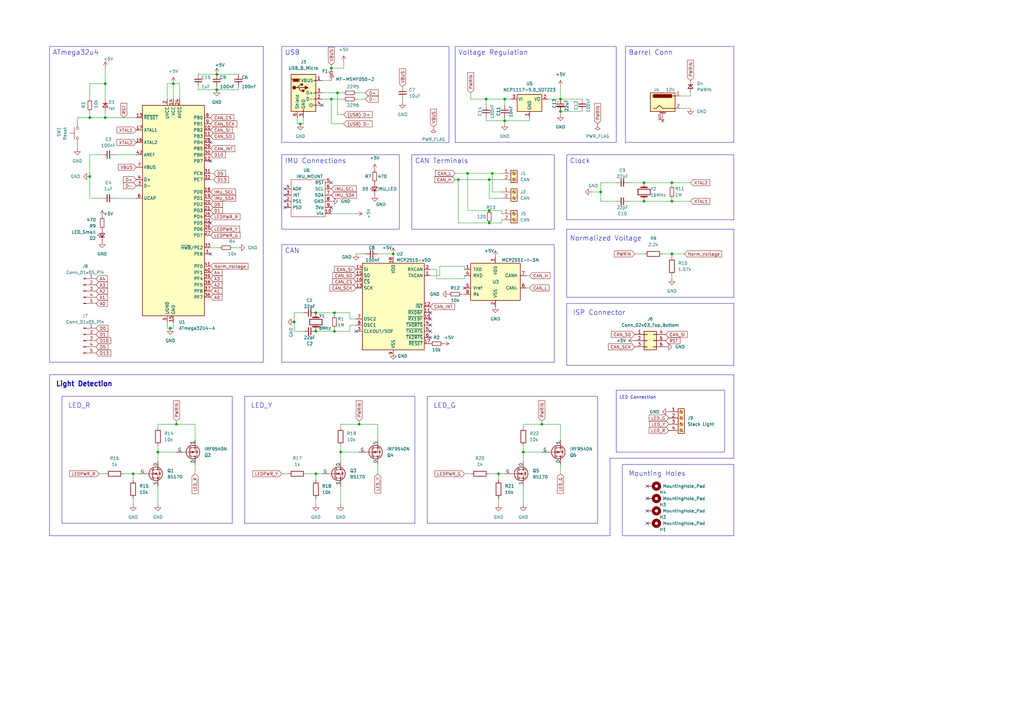
<source format=kicad_sch>
(kicad_sch (version 20231120) (generator "eeschema") (generator_version "8.0")
  (paper "A3")
  (junction (at 137.16 128.27))
  (junction (at 207.01 49.53))
  (junction (at 191.77 71.12))
  (junction (at 72.39 173.99))
  (junction (at 222.25 173.99))
  (junction (at 199.39 40.64))
  (junction (at 64.77 185.42))
  (junction (at 129.54 135.89))
  (junction (at 36.83 72.39))
  (junction (at 129.54 194.31))
  (junction (at 138.43 38.1))
  (junction (at 200.66 73.66))
  (junction (at 264.16 82.55))
  (junction (at 229.87 45.72))
  (junction (at 161.29 104.14))
  (junction (at 207.01 40.64))
  (junction (at 201.93 71.12))
  (junction (at 264.16 74.93))
  (junction (at 54.61 194.31))
  (junction (at 43.18 34.29))
  (junction (at 229.87 40.64))
  (junction (at 275.59 82.55))
  (junction (at 36.83 48.26))
  (junction (at 120.65 132.08))
  (junction (at 204.47 194.31))
  (junction (at 137.16 135.89))
  (junction (at 88.9 36.83))
  (junction (at 214.63 185.42))
  (junction (at 200.66 86.36))
  (junction (at 88.9 30.48))
  (junction (at 139.7 185.42))
  (junction (at 187.96 73.66))
  (junction (at 69.85 134.62))
  (junction (at 275.59 104.14))
  (junction (at 275.59 74.93))
  (junction (at 129.54 128.27))
  (junction (at 135.89 27.94))
  (junction (at 135.89 40.64))
  (junction (at 71.12 34.29))
  (junction (at 200.66 91.44))
  (junction (at 147.32 173.99))
  (junction (at 246.38 78.74))
  (junction (at 43.18 48.26))
  (junction (at 123.19 50.8))
  (no_connect (at 135.89 85.09))
  (no_connect (at 265.43 204.47))
  (no_connect (at 265.43 214.63))
  (no_connect (at 116.84 82.55))
  (no_connect (at 146.05 135.89))
  (no_connect (at 265.43 199.39))
  (no_connect (at 132.08 43.18))
  (no_connect (at 176.53 138.43))
  (no_connect (at 116.84 77.47))
  (no_connect (at 116.84 85.09))
  (no_connect (at 86.36 91.44))
  (no_connect (at 176.53 135.89))
  (no_connect (at 271.78 49.53))
  (no_connect (at 86.36 104.14))
  (no_connect (at 176.53 130.81))
  (no_connect (at 176.53 128.27))
  (no_connect (at 86.36 66.04))
  (no_connect (at 176.53 133.35))
  (no_connect (at 190.5 118.11))
  (no_connect (at 265.43 209.55))
  (no_connect (at 135.89 74.93))
  (no_connect (at 116.84 80.01))
  (no_connect (at 86.36 58.42))
  (wire (pts (xy 271.78 104.14) (xy 275.59 104.14)))
  (wire (pts (xy 125.73 194.31) (xy 129.54 194.31)))
  (wire (pts (xy 64.77 185.42) (xy 64.77 189.23)))
  (wire (pts (xy 207.01 49.53) (xy 207.01 50.8)))
  (wire (pts (xy 224.79 40.64) (xy 229.87 40.64)))
  (wire (pts (xy 193.04 38.1) (xy 193.04 40.64)))
  (wire (pts (xy 140.97 25.4) (xy 140.97 27.94)))
  (wire (pts (xy 200.66 91.44) (xy 205.74 91.44)))
  (wire (pts (xy 87.63 73.66) (xy 86.36 73.66)))
  (wire (pts (xy 199.39 40.64) (xy 199.39 43.18)))
  (wire (pts (xy 132.08 33.02) (xy 135.89 33.02)))
  (wire (pts (xy 143.51 130.81) (xy 146.05 130.81)))
  (wire (pts (xy 43.18 27.94) (xy 43.18 34.29)))
  (polyline (pts (xy 250.19 187.96) (xy 250.19 219.71)))
  (wire (pts (xy 207.01 40.64) (xy 207.01 43.18)))
  (wire (pts (xy 71.12 134.62) (xy 69.85 134.62)))
  (wire (pts (xy 132.08 40.64) (xy 135.89 40.64)))
  (wire (pts (xy 242.57 78.74) (xy 246.38 78.74)))
  (wire (pts (xy 73.66 40.64) (xy 73.66 34.29)))
  (wire (pts (xy 31.75 49.53) (xy 31.75 48.26)))
  (wire (pts (xy 205.74 91.44) (xy 205.74 90.17)))
  (wire (pts (xy 50.8 194.31) (xy 54.61 194.31)))
  (wire (pts (xy 137.16 128.27) (xy 137.16 129.54)))
  (wire (pts (xy 139.7 199.39) (xy 139.7 207.01)))
  (wire (pts (xy 120.65 135.89) (xy 124.46 135.89)))
  (wire (pts (xy 143.51 135.89) (xy 143.51 133.35)))
  (wire (pts (xy 246.38 74.93) (xy 252.73 74.93)))
  (polyline (pts (xy 300.99 153.67) (xy 300.99 187.96)))
  (wire (pts (xy 215.9 113.03) (xy 217.17 113.03)))
  (wire (pts (xy 190.5 109.22) (xy 190.5 110.49)))
  (wire (pts (xy 138.43 38.1) (xy 140.97 38.1)))
  (polyline (pts (xy 20.32 153.67) (xy 300.99 153.67)))
  (wire (pts (xy 115.57 194.31) (xy 118.11 194.31)))
  (wire (pts (xy 283.21 39.37) (xy 283.21 38.1)))
  (wire (pts (xy 81.28 36.83) (xy 88.9 36.83)))
  (wire (pts (xy 205.74 86.36) (xy 205.74 87.63)))
  (wire (pts (xy 229.87 40.64) (xy 238.76 40.64)))
  (wire (pts (xy 279.4 39.37) (xy 283.21 39.37)))
  (wire (pts (xy 95.25 101.6) (xy 97.79 101.6)))
  (wire (pts (xy 68.58 134.62) (xy 69.85 134.62)))
  (wire (pts (xy 138.43 38.1) (xy 138.43 46.99)))
  (wire (pts (xy 201.93 71.12) (xy 201.93 78.74)))
  (wire (pts (xy 72.39 173.99) (xy 80.01 173.99)))
  (wire (pts (xy 54.61 194.31) (xy 54.61 196.85)))
  (wire (pts (xy 36.83 81.28) (xy 41.91 81.28)))
  (wire (pts (xy 68.58 40.64) (xy 68.58 34.29)))
  (wire (pts (xy 129.54 194.31) (xy 129.54 196.85)))
  (wire (pts (xy 246.38 78.74) (xy 246.38 82.55)))
  (wire (pts (xy 68.58 34.29) (xy 71.12 34.29)))
  (wire (pts (xy 161.29 144.78) (xy 161.29 146.05)))
  (wire (pts (xy 200.66 86.36) (xy 205.74 86.36)))
  (wire (pts (xy 143.51 133.35) (xy 146.05 133.35)))
  (wire (pts (xy 275.59 81.28) (xy 275.59 82.55)))
  (wire (pts (xy 124.46 48.26) (xy 124.46 50.8)))
  (wire (pts (xy 200.66 81.28) (xy 205.74 81.28)))
  (wire (pts (xy 275.59 113.03) (xy 275.59 114.3)))
  (wire (pts (xy 154.94 173.99) (xy 154.94 180.34)))
  (wire (pts (xy 135.89 87.63) (xy 146.05 87.63)))
  (wire (pts (xy 43.18 34.29) (xy 43.18 40.64)))
  (wire (pts (xy 147.32 173.99) (xy 147.32 172.72)))
  (wire (pts (xy 36.83 34.29) (xy 43.18 34.29)))
  (wire (pts (xy 229.87 45.72) (xy 238.76 45.72)))
  (wire (pts (xy 207.01 40.64) (xy 209.55 40.64)))
  (wire (pts (xy 154.94 190.5) (xy 154.94 194.31)))
  (wire (pts (xy 214.63 185.42) (xy 214.63 189.23)))
  (wire (pts (xy 161.29 104.14) (xy 161.29 105.41)))
  (wire (pts (xy 64.77 199.39) (xy 64.77 207.01)))
  (wire (pts (xy 68.58 132.08) (xy 68.58 134.62)))
  (wire (pts (xy 64.77 173.99) (xy 72.39 173.99)))
  (wire (pts (xy 146.05 38.1) (xy 149.86 38.1)))
  (wire (pts (xy 257.81 74.93) (xy 264.16 74.93)))
  (wire (pts (xy 71.12 34.29) (xy 71.12 40.64)))
  (wire (pts (xy 137.16 128.27) (xy 143.51 128.27)))
  (wire (pts (xy 139.7 185.42) (xy 139.7 182.88)))
  (wire (pts (xy 146.05 40.64) (xy 149.86 40.64)))
  (wire (pts (xy 193.04 40.64) (xy 199.39 40.64)))
  (wire (pts (xy 132.08 38.1) (xy 138.43 38.1)))
  (wire (pts (xy 154.94 104.14) (xy 161.29 104.14)))
  (wire (pts (xy 80.01 173.99) (xy 80.01 180.34)))
  (wire (pts (xy 129.54 135.89) (xy 137.16 135.89)))
  (polyline (pts (xy 300.99 187.96) (xy 250.19 187.96)))
  (wire (pts (xy 214.63 185.42) (xy 222.25 185.42)))
  (wire (pts (xy 120.65 128.27) (xy 124.46 128.27)))
  (wire (pts (xy 88.9 35.56) (xy 88.9 36.83)))
  (wire (pts (xy 180.34 109.22) (xy 180.34 113.03)))
  (wire (pts (xy 180.34 109.22) (xy 190.5 109.22)))
  (wire (pts (xy 165.1 41.91) (xy 165.1 40.64)))
  (wire (pts (xy 71.12 132.08) (xy 71.12 134.62)))
  (wire (pts (xy 279.4 44.45) (xy 283.21 44.45)))
  (wire (pts (xy 87.63 71.12) (xy 86.36 71.12)))
  (wire (pts (xy 199.39 48.26) (xy 199.39 49.53)))
  (wire (pts (xy 217.17 49.53) (xy 207.01 49.53)))
  (wire (pts (xy 88.9 36.83) (xy 97.79 36.83)))
  (wire (pts (xy 135.89 40.64) (xy 135.89 50.8)))
  (wire (pts (xy 81.28 36.83) (xy 81.28 35.56)))
  (wire (pts (xy 129.54 204.47) (xy 129.54 207.01)))
  (wire (pts (xy 257.81 82.55) (xy 264.16 82.55)))
  (wire (pts (xy 43.18 48.26) (xy 55.88 48.26)))
  (wire (pts (xy 137.16 134.62) (xy 137.16 135.89)))
  (wire (pts (xy 140.97 27.94) (xy 135.89 27.94)))
  (wire (pts (xy 190.5 194.31) (xy 193.04 194.31)))
  (wire (pts (xy 179.07 114.3) (xy 190.5 114.3)))
  (wire (pts (xy 190.5 120.65) (xy 189.23 120.65)))
  (wire (pts (xy 222.25 173.99) (xy 222.25 172.72)))
  (wire (pts (xy 204.47 194.31) (xy 204.47 196.85)))
  (wire (pts (xy 143.51 128.27) (xy 143.51 130.81)))
  (wire (pts (xy 204.47 204.47) (xy 204.47 207.01)))
  (wire (pts (xy 214.63 185.42) (xy 214.63 182.88)))
  (wire (pts (xy 41.91 63.5) (xy 36.83 63.5)))
  (wire (pts (xy 229.87 45.72) (xy 229.87 46.99)))
  (wire (pts (xy 199.39 49.53) (xy 207.01 49.53)))
  (wire (pts (xy 200.66 91.44) (xy 187.96 91.44)))
  (wire (pts (xy 121.92 50.8) (xy 123.19 50.8)))
  (wire (pts (xy 264.16 82.55) (xy 275.59 82.55)))
  (wire (pts (xy 229.87 35.56) (xy 229.87 40.64)))
  (wire (pts (xy 86.36 101.6) (xy 90.17 101.6)))
  (wire (pts (xy 186.69 73.66) (xy 187.96 73.66)))
  (wire (pts (xy 46.99 81.28) (xy 55.88 81.28)))
  (wire (pts (xy 229.87 173.99) (xy 229.87 180.34)))
  (wire (pts (xy 64.77 185.42) (xy 72.39 185.42)))
  (wire (pts (xy 147.32 173.99) (xy 154.94 173.99)))
  (wire (pts (xy 199.39 40.64) (xy 207.01 40.64)))
  (wire (pts (xy 123.19 50.8) (xy 124.46 50.8)))
  (wire (pts (xy 36.83 63.5) (xy 36.83 72.39)))
  (polyline (pts (xy 20.32 219.71) (xy 20.32 153.67)))
  (wire (pts (xy 73.66 34.29) (xy 71.12 34.29)))
  (wire (pts (xy 36.83 45.72) (xy 36.83 48.26)))
  (wire (pts (xy 138.43 46.99) (xy 140.97 46.99)))
  (wire (pts (xy 36.83 72.39) (xy 36.83 81.28)))
  (wire (pts (xy 120.65 132.08) (xy 120.65 128.27)))
  (wire (pts (xy 229.87 190.5) (xy 229.87 194.31)))
  (wire (pts (xy 55.88 63.5) (xy 46.99 63.5)))
  (wire (pts (xy 264.16 74.93) (xy 275.59 74.93)))
  (wire (pts (xy 36.83 40.64) (xy 36.83 34.29)))
  (wire (pts (xy 215.9 118.11) (xy 217.17 118.11)))
  (wire (pts (xy 204.47 194.31) (xy 207.01 194.31)))
  (wire (pts (xy 121.92 48.26) (xy 121.92 50.8)))
  (wire (pts (xy 176.53 110.49) (xy 179.07 110.49)))
  (wire (pts (xy 54.61 204.47) (xy 54.61 207.01)))
  (wire (pts (xy 222.25 173.99) (xy 229.87 173.99)))
  (wire (pts (xy 217.17 48.26) (xy 217.17 49.53)))
  (wire (pts (xy 36.83 48.26) (xy 43.18 48.26)))
  (wire (pts (xy 146.05 104.14) (xy 149.86 104.14)))
  (wire (pts (xy 139.7 185.42) (xy 147.32 185.42)))
  (wire (pts (xy 135.89 26.67) (xy 135.89 27.94)))
  (wire (pts (xy 200.66 73.66) (xy 200.66 81.28)))
  (wire (pts (xy 214.63 173.99) (xy 214.63 175.26)))
  (wire (pts (xy 81.28 30.48) (xy 88.9 30.48)))
  (wire (pts (xy 135.89 40.64) (xy 140.97 40.64)))
  (wire (pts (xy 275.59 82.55) (xy 283.21 82.55)))
  (wire (pts (xy 129.54 128.27) (xy 137.16 128.27)))
  (wire (pts (xy 135.89 50.8) (xy 140.97 50.8)))
  (wire (pts (xy 275.59 104.14) (xy 280.67 104.14)))
  (wire (pts (xy 31.75 48.26) (xy 36.83 48.26)))
  (wire (pts (xy 120.65 132.08) (xy 120.65 135.89)))
  (polyline (pts (xy 250.19 219.71) (xy 20.32 219.71)))
  (wire (pts (xy 275.59 74.93) (xy 275.59 76.2)))
  (wire (pts (xy 64.77 173.99) (xy 64.77 175.26)))
  (wire (pts (xy 88.9 30.48) (xy 97.79 30.48)))
  (wire (pts (xy 214.63 173.99) (xy 222.25 173.99)))
  (wire (pts (xy 201.93 78.74) (xy 205.74 78.74)))
  (wire (pts (xy 187.96 73.66) (xy 200.66 73.66)))
  (wire (pts (xy 187.96 91.44) (xy 187.96 73.66)))
  (wire (pts (xy 64.77 185.42) (xy 64.77 182.88)))
  (wire (pts (xy 40.64 194.31) (xy 43.18 194.31)))
  (wire (pts (xy 54.61 194.31) (xy 57.15 194.31)))
  (wire (pts (xy 200.66 73.66) (xy 205.74 73.66)))
  (wire (pts (xy 72.39 173.99) (xy 72.39 172.72)))
  (wire (pts (xy 139.7 173.99) (xy 139.7 175.26)))
  (wire (pts (xy 179.07 110.49) (xy 179.07 114.3)))
  (wire (pts (xy 186.69 71.12) (xy 191.77 71.12)))
  (wire (pts (xy 129.54 194.31) (xy 132.08 194.31)))
  (wire (pts (xy 275.59 74.93) (xy 283.21 74.93)))
  (wire (pts (xy 246.38 82.55) (xy 252.73 82.55)))
  (wire (pts (xy 97.79 36.83) (xy 97.79 35.56)))
  (wire (pts (xy 201.93 71.12) (xy 205.74 71.12)))
  (wire (pts (xy 191.77 86.36) (xy 191.77 71.12)))
  (wire (pts (xy 275.59 105.41) (xy 275.59 104.14)))
  (wire (pts (xy 260.35 104.14) (xy 264.16 104.14)))
  (wire (pts (xy 43.18 45.72) (xy 43.18 48.26)))
  (wire (pts (xy 200.66 194.31) (xy 204.47 194.31)))
  (wire (pts (xy 139.7 173.99) (xy 147.32 173.99)))
  (wire (pts (xy 139.7 185.42) (xy 139.7 189.23)))
  (wire (pts (xy 80.01 190.5) (xy 80.01 194.31)))
  (wire (pts (xy 31.75 59.69) (xy 31.75 60.96)))
  (wire (pts (xy 214.63 199.39) (xy 214.63 207.01)))
  (wire (pts (xy 200.66 86.36) (xy 191.77 86.36)))
  (wire (pts (xy 137.16 135.89) (xy 143.51 135.89)))
  (wire (pts (xy 190.5 114.3) (xy 190.5 113.03)))
  (wire (pts (xy 176.53 113.03) (xy 180.34 113.03)))
  (wire (pts (xy 246.38 78.74) (xy 246.38 74.93)))
  (wire (pts (xy 191.77 71.12) (xy 201.93 71.12)))
  (wire (pts (xy 207.01 48.26) (xy 207.01 49.53)))
  (rectangle (start 168.91 63.5) (end 227.33 93.98))
  (rectangle (start 256.54 19.05) (end 300.99 58.42))
  (rectangle (start 232.41 63.5) (end 300.99 90.17))
  (rectangle (start 232.41 124.46) (end 300.99 149.86))
  (rectangle (start 20.32 19.05) (end 107.95 148.59))
  (rectangle (start 100.33 162.56) (end 170.18 214.63))
  (rectangle (start 175.26 162.56) (end 245.11 214.63))
  (rectangle (start 255.27 190.5) (end 300.99 219.71))
  (rectangle (start 115.57 100.33) (end 227.33 148.59))
  (rectangle (start 115.57 19.05) (end 184.15 58.42))
  (rectangle (start 232.41 93.98) (end 300.99 121.92))
  (rectangle (start 25.4 162.56) (end 95.25 214.63))
  (rectangle (start 115.57 63.5) (end 163.83 93.98))
  (rectangle (start 252.73 160.02) (end 297.18 185.42))
  (rectangle (start 186.69 19.05) (end 252.73 58.42))
  (text "Mounting Holes" (at 257.81 195.58 0) (effects (font (size 2 2)) (justify left bottom)))
  (text "Voltage Regulation" (at 187.96 22.86 0) (effects (font (size 2 2)) (justify left bottom)))
  (text "CAN" (at 116.84 104.14 0) (effects (font (size 2 2)) (justify left bottom)))
  (text "CAN Terminals" (at 170.18 67.31 0) (effects (font (size 2 2)) (justify left bottom)))
  (text "USB\n" (at 116.84 22.86 0) (effects (font (size 2 2)) (justify left bottom)))
  (text "Light Detection " (at 22.86 158.75 0) (effects (font (size 2 2) (thickness 0.4) (bold yes)) (justify left bottom)))
  (text "Barrel Conn\n" (at 257.81 22.86 0) (effects (font (size 2 2)) (justify left bottom)))
  (text "LED_R" (at 27.94 167.64 0) (effects (font (size 2 2)) (justify left bottom)))
  (text "Normalized Voltage" (at 233.68 99.06 0) (effects (font (size 2 2)) (justify left bottom)))
  (text "ISP Connector\n" (at 234.95 129.54 0) (effects (font (size 2 2)) (justify left bottom)))
  (text "IMU Connections\n" (at 116.84 67.31 0) (effects (font (size 2 2)) (justify left bottom)))
  (text "Clock\n" (at 233.68 67.31 0) (effects (font (size 2 2)) (justify left bottom)))
  (text "LED Connection" (at 254 163.83 0) (effects (font (size 1.27 1.27)) (justify left bottom)))
  (text "LED_G" (at 177.8 167.64 0) (effects (font (size 2 2)) (justify left bottom)))
  (text "LED_Y" (at 102.87 167.64 0) (effects (font (size 2 2)) (justify left bottom)))
  (text "ATmega32u4\n" (at 21.59 22.86 0) (effects (font (size 2 2)) (justify left bottom)))
  (global_label "D+" (shape input) (at 55.88 73.66 180) (property "Intersheetrefs" "${INTERSHEET_REFS}" (at 50.0524 73.66 0) (effects (justify right))))
  (global_label "A1" (shape input) (at 86.36 119.38 0) (property "Intersheetrefs" "${INTERSHEET_REFS}" (at 91.6433 119.38 0) (effects (justify left))))
  (global_label "CAN_SO" (shape input) (at 146.05 113.03 180) (property "Intersheetrefs" "${INTERSHEET_REFS}" (at 135.8681 113.03 0) (effects (justify right))))
  (global_label "LED_Y" (shape input) (at 154.94 194.31 270) (property "Intersheetrefs" "${INTERSHEET_REFS}" (at 154.94 202.7985 90) (effects (justify right))))
  (global_label "LED_G" (shape input) (at 274.32 171.45 180) (property "Intersheetrefs" "${INTERSHEET_REFS}" (at 265.6501 171.45 0) (effects (justify right))))
  (global_label "PWRIN" (shape input) (at 222.25 172.72 90) (property "Intersheetrefs" "${INTERSHEET_REFS}" (at 222.25 163.8081 90) (effects (justify left))))
  (global_label "CAN_SI" (shape input) (at 86.36 53.34 0) (property "Intersheetrefs" "${INTERSHEET_REFS}" (at 95.8162 53.34 0) (effects (justify left))))
  (global_label "A2" (shape input) (at 86.36 116.84 0) (property "Intersheetrefs" "${INTERSHEET_REFS}" (at 91.6433 116.84 0) (effects (justify left))))
  (global_label "PWRIN" (shape input) (at 147.32 172.72 90) (property "Intersheetrefs" "${INTERSHEET_REFS}" (at 147.32 163.8081 90) (effects (justify left))))
  (global_label "LED_G" (shape input) (at 229.87 194.31 270) (property "Intersheetrefs" "${INTERSHEET_REFS}" (at 229.87 202.9799 90) (effects (justify right))))
  (global_label "IMU_SCL" (shape input) (at 135.89 77.47 0) (property "Intersheetrefs" "${INTERSHEET_REFS}" (at 146.7371 77.47 0) (effects (justify left))))
  (global_label "CAN_SO" (shape input) (at 86.36 55.88 0) (property "Intersheetrefs" "${INTERSHEET_REFS}" (at 96.5419 55.88 0) (effects (justify left))))
  (global_label "D10" (shape input) (at 39.37 139.7 0) (property "Intersheetrefs" "${INTERSHEET_REFS}" (at 46.0442 139.7 0) (effects (justify left))))
  (global_label "(USB) D+" (shape input) (at 140.97 46.99 0) (property "Intersheetrefs" "${INTERSHEET_REFS}" (at 153.2686 46.99 0) (effects (justify left))))
  (global_label "A1" (shape input) (at 39.37 121.92 0) (property "Intersheetrefs" "${INTERSHEET_REFS}" (at 44.6533 121.92 0) (effects (justify left))))
  (global_label "IMU_SDA" (shape input) (at 86.36 81.28 0) (property "Intersheetrefs" "${INTERSHEET_REFS}" (at 97.2676 81.28 0) (effects (justify left))))
  (global_label "CAN_INT" (shape input) (at 86.36 60.96 0) (property "Intersheetrefs" "${INTERSHEET_REFS}" (at 96.9048 60.96 0) (effects (justify left))))
  (global_label "A0" (shape input) (at 86.36 121.92 0) (property "Intersheetrefs" "${INTERSHEET_REFS}" (at 91.6433 121.92 0) (effects (justify left))))
  (global_label "LEDPWR_G" (shape input) (at 86.36 96.52 0) (property "Intersheetrefs" "${INTERSHEET_REFS}" (at 99.0213 96.52 0) (effects (justify left))))
  (global_label "LED_R" (shape input) (at 80.01 194.31 270) (property "Intersheetrefs" "${INTERSHEET_REFS}" (at 80.01 202.9799 90) (effects (justify right))))
  (global_label "LEDPWR_Y" (shape input) (at 115.57 194.31 180) (property "Intersheetrefs" "${INTERSHEET_REFS}" (at 103.0901 194.31 0) (effects (justify right))))
  (global_label "D0" (shape input) (at 86.36 83.82 0) (property "Intersheetrefs" "${INTERSHEET_REFS}" (at 91.8247 83.82 0) (effects (justify left))))
  (global_label "CAN_CS" (shape input) (at 86.36 48.26 0) (property "Intersheetrefs" "${INTERSHEET_REFS}" (at 96.4814 48.26 0) (effects (justify left))))
  (global_label "VBUS" (shape input) (at 165.1 35.56 90) (property "Intersheetrefs" "${INTERSHEET_REFS}" (at 165.1 27.6762 90) (effects (justify left))))
  (global_label "D13" (shape input) (at 39.37 144.78 0) (property "Intersheetrefs" "${INTERSHEET_REFS}" (at 46.0442 144.78 0) (effects (justify left))))
  (global_label "D1" (shape input) (at 39.37 137.16 0) (property "Intersheetrefs" "${INTERSHEET_REFS}" (at 44.8347 137.16 0) (effects (justify left))))
  (global_label "CAN_SCK" (shape input) (at 146.05 118.11 180) (property "Intersheetrefs" "${INTERSHEET_REFS}" (at 134.6586 118.11 0) (effects (justify right))))
  (global_label "D10" (shape input) (at 86.36 63.5 0) (property "Intersheetrefs" "${INTERSHEET_REFS}" (at 93.0342 63.5 0) (effects (justify left))))
  (global_label "D5" (shape input) (at 87.63 71.12 0) (property "Intersheetrefs" "${INTERSHEET_REFS}" (at 93.0947 71.12 0) (effects (justify left))))
  (global_label "IMU_SCL" (shape input) (at 86.36 78.74 0) (property "Intersheetrefs" "${INTERSHEET_REFS}" (at 97.2071 78.74 0) (effects (justify left))))
  (global_label "D13" (shape input) (at 87.63 73.66 0) (property "Intersheetrefs" "${INTERSHEET_REFS}" (at 94.3042 73.66 0) (effects (justify left))))
  (global_label "A3" (shape input) (at 86.36 114.3 0) (property "Intersheetrefs" "${INTERSHEET_REFS}" (at 91.6433 114.3 0) (effects (justify left))))
  (global_label "D-" (shape input) (at 55.88 76.2 180) (property "Intersheetrefs" "${INTERSHEET_REFS}" (at 50.0524 76.2 0) (effects (justify right))))
  (global_label "CAN_SCK" (shape input) (at 260.35 142.24 180) (property "Intersheetrefs" "${INTERSHEET_REFS}" (at 248.9586 142.24 0) (effects (justify right))))
  (global_label "Norm_Voltage" (shape input) (at 280.67 104.14 0) (property "Intersheetrefs" "${INTERSHEET_REFS}" (at 296.5969 104.14 0) (effects (justify left))))
  (global_label "XTAL2" (shape input) (at 283.21 74.93 0) (property "Intersheetrefs" "${INTERSHEET_REFS}" (at 291.6985 74.93 0) (effects (justify left))))
  (global_label "VBUS" (shape input) (at 177.8 52.07 90) (property "Intersheetrefs" "${INTERSHEET_REFS}" (at 177.8 44.1862 90) (effects (justify left))))
  (global_label "XTAL1" (shape input) (at 55.88 53.34 180) (property "Intersheetrefs" "${INTERSHEET_REFS}" (at 47.3915 53.34 0) (effects (justify right))))
  (global_label "RST" (shape input) (at 50.8 48.26 90) (property "Intersheetrefs" "${INTERSHEET_REFS}" (at 50.8 41.8277 90) (effects (justify left))))
  (global_label "PWRIN" (shape input) (at 283.21 33.02 90) (property "Intersheetrefs" "${INTERSHEET_REFS}" (at 283.21 24.1081 90) (effects (justify left))))
  (global_label "CAN_CS" (shape input) (at 146.05 115.57 180) (property "Intersheetrefs" "${INTERSHEET_REFS}" (at 135.9286 115.57 0) (effects (justify right))))
  (global_label "CAN_INT" (shape input) (at 176.53 125.73 0) (property "Intersheetrefs" "${INTERSHEET_REFS}" (at 187.0748 125.73 0) (effects (justify left))))
  (global_label "A0" (shape input) (at 39.37 124.46 0) (property "Intersheetrefs" "${INTERSHEET_REFS}" (at 44.6533 124.46 0) (effects (justify left))))
  (global_label "A3" (shape input) (at 39.37 116.84 0) (property "Intersheetrefs" "${INTERSHEET_REFS}" (at 44.6533 116.84 0) (effects (justify left))))
  (global_label "LEDPWR_Y" (shape input) (at 86.36 93.98 0) (property "Intersheetrefs" "${INTERSHEET_REFS}" (at 98.8399 93.98 0) (effects (justify left))))
  (global_label "LEDPWR_R" (shape input) (at 86.36 88.9 0) (property "Intersheetrefs" "${INTERSHEET_REFS}" (at 99.0213 88.9 0) (effects (justify left))))
  (global_label "CAN_SO" (shape input) (at 260.35 137.16 180) (property "Intersheetrefs" "${INTERSHEET_REFS}" (at 250.1681 137.16 0) (effects (justify right))))
  (global_label "LED_Y" (shape input) (at 274.32 173.99 180) (property "Intersheetrefs" "${INTERSHEET_REFS}" (at 265.8315 173.99 0) (effects (justify right))))
  (global_label "CAN_H" (shape input) (at 186.69 73.66 180) (property "Intersheetrefs" "${INTERSHEET_REFS}" (at 177.7176 73.66 0) (effects (justify right))))
  (global_label "D+" (shape input) (at 149.86 38.1 0) (property "Intersheetrefs" "${INTERSHEET_REFS}" (at 155.6876 38.1 0) (effects (justify left))))
  (global_label "CAN_L" (shape input) (at 217.17 118.11 0) (property "Intersheetrefs" "${INTERSHEET_REFS}" (at 225.84 118.11 0) (effects (justify left))))
  (global_label "PWRIN" (shape input) (at 72.39 172.72 90) (property "Intersheetrefs" "${INTERSHEET_REFS}" (at 72.39 163.8081 90) (effects (justify left))))
  (global_label "CAN_SI" (shape input) (at 146.05 110.49 180) (property "Intersheetrefs" "${INTERSHEET_REFS}" (at 136.5938 110.49 0) (effects (justify right))))
  (global_label "A4" (shape input) (at 86.36 111.76 0) (property "Intersheetrefs" "${INTERSHEET_REFS}" (at 91.6433 111.76 0) (effects (justify left))))
  (global_label "PWRIN" (shape input) (at 193.04 38.1 90) (property "Intersheetrefs" "${INTERSHEET_REFS}" (at 193.04 29.1881 90) (effects (justify left))))
  (global_label "LED_R" (shape input) (at 274.32 176.53 180) (property "Intersheetrefs" "${INTERSHEET_REFS}" (at 265.6501 176.53 0) (effects (justify right))))
  (global_label "A4" (shape input) (at 39.37 114.3 0) (property "Intersheetrefs" "${INTERSHEET_REFS}" (at 44.6533 114.3 0) (effects (justify left))))
  (global_label "XTAL2" (shape input) (at 55.88 58.42 180) (property "Intersheetrefs" "${INTERSHEET_REFS}" (at 47.3915 58.42 0) (effects (justify right))))
  (global_label "Norm_Voltage" (shape input) (at 86.36 109.22 0) (property "Intersheetrefs" "${INTERSHEET_REFS}" (at 102.2869 109.22 0) (effects (justify left))))
  (global_label "A2" (shape input) (at 39.37 119.38 0) (property "Intersheetrefs" "${INTERSHEET_REFS}" (at 44.6533 119.38 0) (effects (justify left))))
  (global_label "CAN_L" (shape input) (at 186.69 71.12 180) (property "Intersheetrefs" "${INTERSHEET_REFS}" (at 178.02 71.12 0) (effects (justify right))))
  (global_label "D5" (shape input) (at 39.37 142.24 0) (property "Intersheetrefs" "${INTERSHEET_REFS}" (at 44.8347 142.24 0) (effects (justify left))))
  (global_label "XTAL1" (shape input) (at 283.21 82.55 0) (property "Intersheetrefs" "${INTERSHEET_REFS}" (at 291.6985 82.55 0) (effects (justify left))))
  (global_label "PWRIN" (shape input) (at 260.35 104.14 180) (property "Intersheetrefs" "${INTERSHEET_REFS}" (at 251.4381 104.14 0) (effects (justify right))))
  (global_label "IMU_SDA" (shape input) (at 135.89 80.01 0) (property "Intersheetrefs" "${INTERSHEET_REFS}" (at 146.7976 80.01 0) (effects (justify left))))
  (global_label "LEDPWR_G" (shape input) (at 190.5 194.31 180) (property "Intersheetrefs" "${INTERSHEET_REFS}" (at 177.8387 194.31 0) (effects (justify right))))
  (global_label "RST" (shape input) (at 273.05 139.7 0) (property "Intersheetrefs" "${INTERSHEET_REFS}" (at 279.4823 139.7 0) (effects (justify left))))
  (global_label "CAN_SI" (shape input) (at 273.05 137.16 0) (property "Intersheetrefs" "${INTERSHEET_REFS}" (at 282.5062 137.16 0) (effects (justify left))))
  (global_label "CAN_SCK" (shape input) (at 86.36 50.8 0) (property "Intersheetrefs" "${INTERSHEET_REFS}" (at 97.7514 50.8 0) (effects (justify left))))
  (global_label "(USB) D-" (shape input) (at 140.97 50.8 0) (property "Intersheetrefs" "${INTERSHEET_REFS}" (at 153.2686 50.8 0) (effects (justify left))))
  (global_label "VBUS" (shape input) (at 55.88 68.58 180) (property "Intersheetrefs" "${INTERSHEET_REFS}" (at 47.9962 68.58 0) (effects (justify right))))
  (global_label "VBUS" (shape input) (at 135.89 26.67 90) (property "Intersheetrefs" "${INTERSHEET_REFS}" (at 135.89 18.7862 90) (effects (justify left))))
  (global_label "CAN_H" (shape input) (at 217.17 113.03 0) (property "Intersheetrefs" "${INTERSHEET_REFS}" (at 226.1424 113.03 0) (effects (justify left))))
  (global_label "LEDPWR_R" (shape input) (at 40.64 194.31 180) (property "Intersheetrefs" "${INTERSHEET_REFS}" (at 27.9787 194.31 0) (effects (justify right))))
  (global_label "D-" (shape input) (at 149.86 40.64 0) (property "Intersheetrefs" "${INTERSHEET_REFS}" (at 155.6876 40.64 0) (effects (justify left))))
  (global_label "D1" (shape input) (at 86.36 86.36 0) (property "Intersheetrefs" "${INTERSHEET_REFS}" (at 91.8247 86.36 0) (effects (justify left))))
  (global_label "D0" (shape input) (at 39.37 134.62 0) (property "Intersheetrefs" "${INTERSHEET_REFS}" (at 44.8347 134.62 0) (effects (justify left))))
  (global_label "PWRIN" (shape input) (at 245.11 50.8 90) (property "Intersheetrefs" "${INTERSHEET_REFS}" (at 245.11 41.8881 90) (effects (justify left))))
  (symbol (lib_id "power:GND") (at 36.83 72.39 270) (unit 1)
    (property "Reference" "#PWR010" (effects (hide yes)))
    (property "Value" "GND" (at 33.02 72.39 90) (effects (justify right)))
  )
  (symbol (lib_id "Connector:Conn_01x05_Pin") (at 34.29 119.38 0) (unit 1)
    (property "Reference" "J8" (at 34.925 109.22 0))
    (property "Value" "Conn_01x05_Pin" (at 34.925 111.76 0))
    (property "Footprint" "Connector_PinHeader_2.54mm:PinHeader_1x05_P2.54mm_Vertical" (effects (hide yes)))
  )
  (symbol (lib_id "Device:C_Small") (at 81.28 33.02 0) (unit 1)
    (property "Reference" "C15" (at 82.55 31.75 0) (effects (justify left)))
    (property "Value" "1uF" (at 82.55 35.56 0) (effects (justify left)))
    (property "Footprint" "Capacitor_SMD:C_0805_2012Metric_Pad1.18x1.45mm_HandSolder" (effects (hide yes)))
  )
  (symbol (lib_id "Mechanical:MountingHole_Pad") (at 267.97 199.39 270) (unit 1)
    (property "Reference" "H4" (at 270.51 201.93 90) (effects (justify left)))
    (property "Value" "MountingHole_Pad" (at 271.78 199.39 90) (effects (justify left)))
    (property "Footprint" "MountingHole:MountingHole_3.2mm_M3_DIN965_Pad" (effects (hide yes)))
  )
  (symbol (lib_id "power:+5V") (at 43.18 27.94 0) (unit 1)
    (property "Reference" "#PWR012" (effects (hide yes)))
    (property "Value" "+5V" (at 44.45 24.13 0))
  )
  (symbol (lib_id "Device:C_Small") (at 207.01 45.72 180) (unit 1)
    (property "Reference" "C11" (at 204.47 45.72 90))
    (property "Value" "10nF" (at 209.55 45.72 90))
    (property "Footprint" "Capacitor_SMD:C_0805_2012Metric_Pad1.18x1.45mm_HandSolder" (effects (hide yes)))
  )
  (symbol (lib_id "Device:R") (at 214.63 179.07 0) (unit 1)
    (property "Reference" "R22" (at 217.17 177.8 0) (effects (justify left)))
    (property "Value" "10k" (at 217.17 180.34 0) (effects (justify left)))
    (property "Footprint" "Resistor_SMD:R_0805_2012Metric_Pad1.20x1.40mm_HandSolder" (effects (hide yes)))
  )
  (symbol (lib_id "power:+5V") (at 140.97 25.4 0) (unit 1)
    (property "Reference" "#PWR04" (effects (hide yes)))
    (property "Value" "+5V" (at 140.97 20.32 0))
  )
  (symbol (lib_id "Simulation_SPICE:PMOS") (at 152.4 185.42 0) (mirror x) (unit 1)
    (property "Reference" "Q4" (at 158.75 186.69 0) (effects (justify left)))
    (property "Value" "IRF9540N" (at 158.75 184.15 0) (effects (justify left)))
    (property "Footprint" "Package_TO_SOT_THT:TO-220-3_Vertical" (effects (hide yes)))
    (property "Datasheet" "https://ngspice.sourceforge.io/docs/ngspice-manual.pdf" (effects (hide yes)))
    (property "Sim.Device" "PMOS" (effects (hide yes)))
    (property "Sim.Type" "VDMOS" (effects (hide yes)))
    (property "Sim.Pins" "1=D 2=G 3=S" (effects (hide yes)))
  )
  (symbol (lib_id "power:GND") (at 41.91 99.06 0) (unit 1)
    (property "Reference" "#PWR024" (effects (hide yes)))
    (property "Value" "GND" (at 41.91 104.14 0))
  )
  (symbol (lib_id "Simulation_SPICE:NMOS") (at 137.16 194.31 0) (unit 1)
    (property "Reference" "Q3" (at 143.51 193.04 0) (effects (justify left)))
    (property "Value" "BS170" (at 143.51 195.58 0) (effects (justify left)))
    (property "Footprint" "Package_TO_SOT_THT:TO-92_Inline" (effects (hide yes)))
    (property "Datasheet" "https://ngspice.sourceforge.io/docs/ngspice-manual.pdf" (effects (hide yes)))
    (property "Sim.Device" "NMOS" (effects (hide yes)))
    (property "Sim.Type" "VDMOS" (effects (hide yes)))
    (property "Sim.Pins" "1=D 2=G 3=S" (effects (hide yes)))
  )
  (symbol (lib_id "Device:C_Small") (at 127 128.27 90) (unit 1)
    (property "Reference" "C1" (at 127 123.19 90))
    (property "Value" "22pF" (at 127 125.73 90))
    (property "Footprint" "Capacitor_SMD:C_0805_2012Metric_Pad1.18x1.45mm_HandSolder" (effects (hide yes)))
  )
  (symbol (lib_id "Connector:Screw_Terminal_01x02") (at 210.82 87.63 0) (unit 1)
    (property "Reference" "J5" (at 213.36 87.63 0) (effects (justify left)))
    (property "Value" "CAN" (at 213.36 90.17 0) (effects (justify left)))
    (property "Footprint" "TerminalBlock_Phoenix:TerminalBlock_Phoenix_MKDS-1,5-2_1x02_P5.00mm_Horizontal" (effects (hide yes)))
  )
  (symbol (lib_id "Device:C_Small") (at 97.79 33.02 0) (unit 1)
    (property "Reference" "C6" (at 99.06 31.75 0) (effects (justify left)))
    (property "Value" "100nF" (at 99.06 35.56 0) (effects (justify left)))
    (property "Footprint" "Capacitor_SMD:C_0805_2012Metric_Pad1.18x1.45mm_HandSolder" (effects (hide yes)))
  )
  (symbol (lib_id "power:GND") (at 129.54 207.01 0) (unit 1)
    (property "Reference" "#PWR033" (effects (hide yes)))
    (property "Value" "GND" (at 129.54 212.09 0))
  )
  (symbol (lib_id "Device:C_Small") (at 127 135.89 270) (unit 1)
    (property "Reference" "C2" (at 127 140.97 90))
    (property "Value" "22pF" (at 127 138.43 90))
    (property "Footprint" "Capacitor_SMD:C_0805_2012Metric_Pad1.18x1.45mm_HandSolder" (effects (hide yes)))
  )
  (symbol (lib_id "Device:Polyfuse_Small") (at 135.89 30.48 0) (unit 1)
    (property "Reference" "F1" (at 132.08 29.21 0) (effects (justify left)))
    (property "Value" "MF-MSMF050-2" (at 137.668 32.512 0) (effects (justify left)))
    (property "Footprint" "Fuse:Fuse_1812_4532Metric_Pad1.30x3.40mm_HandSolder" (effects (hide yes)))
  )
  (symbol (lib_id "Regulator_Linear:NCP1117-5.0_SOT223") (at 217.17 40.64 0) (unit 1)
    (property "Reference" "U5" (at 217.17 34.29 0))
    (property "Value" "NCP1117-5.0_SOT223" (at 217.17 36.83 0))
    (property "Footprint" "Package_TO_SOT_SMD:SOT-223-3_TabPin2" (effects (hide yes)))
    (property "Datasheet" "http://www.onsemi.com/pub_link/Collateral/NCP1117-D.PDF" (effects (hide yes)))
  )
  (symbol (lib_id "power:+5V") (at 181.61 140.97 270) (unit 1)
    (property "Reference" "#PWR040" (effects (hide yes)))
    (property "Value" "+5V" (at 184.15 138.43 90))
  )
  (symbol (lib_id "power:GND") (at 203.2 125.73 0) (unit 1)
    (property "Reference" "#PWR07" (effects (hide yes)))
    (property "Value" "GND" (at 203.2 130.81 0))
  )
  (symbol (lib_id "Device:D_Small") (at 283.21 35.56 270) (unit 1)
    (property "Reference" "D4" (at 285.75 34.29 90) (effects (justify left)))
    (property "Value" "PWRIN" (at 285.75 36.83 90) (effects (justify left)))
    (property "Footprint" "Diode_SMD:D_SOD-323" (effects (hide yes)))
    (property "Sim.Device" "D" (effects (hide yes)))
    (property "Sim.Pins" "1=K 2=A" (effects (hide yes)))
  )
  (symbol (lib_id "Device:Crystal") (at 129.54 132.08 90) (unit 1)
    (property "Reference" "Y1" (at 130.81 129.54 90) (effects (justify right)))
    (property "Value" "8Mhz" (at 130.81 134.62 90) (effects (justify right)))
    (property "Footprint" "Crystal:Crystal_HC49-4H_Vertical" (effects (hide yes)))
  )
  (symbol (lib_id "Device:C_Small") (at 44.45 81.28 90) (unit 1)
    (property "Reference" "C4" (at 44.4563 74.93 90))
    (property "Value" "1uF" (at 44.4563 77.47 90))
    (property "Footprint" "Capacitor_SMD:C_0805_2012Metric_Pad1.18x1.45mm_HandSolder" (effects (hide yes)))
  )
  (symbol (lib_id "power:GND") (at 123.19 50.8 0) (unit 1)
    (property "Reference" "#PWR015" (effects (hide yes)))
    (property "Value" "GND" (at 123.19 55.88 0))
  )
  (symbol (lib_id "Connector:Barrel_Jack_MountingPin") (at 271.78 41.91 0) (unit 1)
    (property "Reference" "J4" (at 267.97 36.83 0) (effects (justify left)))
    (property "Value" "12V" (at 273.05 36.83 0) (effects (justify left)))
    (property "Footprint" "Connector_BarrelJack:BarrelJack_Horizontal" (effects (hide yes)))
  )
  (symbol (lib_id "power:GND") (at 97.79 101.6 90) (unit 1)
    (property "Reference" "#PWR014" (effects (hide yes)))
    (property "Value" "GND" (at 101.6 101.6 90) (effects (justify right)))
  )
  (symbol (lib_id "Interface_CAN_LIN:MCP2515-xSO") (at 161.29 125.73 0) (unit 1)
    (property "Reference" "U2" (at 162.56 104.14 0) (effects (justify left)))
    (property "Value" "MCP2515-xSO" (at 162.56 106.68 0) (effects (justify left)))
    (property "Footprint" "Package_SO:SOIC-18W_7.5x11.6mm_P1.27mm" (effects (hide yes)))
    (property "Datasheet" "http://ww1.microchip.com/downloads/en/DeviceDoc/21801e.pdf" (effects (hide yes)))
  )
  (symbol (lib_id "Connector:Conn_01x05_Pin") (at 34.29 139.7 0) (unit 1)
    (property "Reference" "J7" (at 34.925 129.54 0))
    (property "Value" "Conn_01x05_Pin" (at 34.925 132.08 0))
    (property "Footprint" "Connector_PinHeader_2.54mm:PinHeader_1x05_P2.54mm_Vertical" (effects (hide yes)))
  )
  (symbol (lib_id "Connector:Screw_Terminal_01x02") (at 210.82 71.12 0) (unit 1)
    (property "Reference" "J1" (at 213.36 71.12 0) (effects (justify left)))
    (property "Value" "CAN" (at 213.36 73.66 0) (effects (justify left)))
    (property "Footprint" "TerminalBlock_Phoenix:TerminalBlock_Phoenix_MKDS-1,5-2_1x02_P5.00mm_Horizontal" (effects (hide yes)))
  )
  (symbol (lib_id "power:PWR_FLAG") (at 177.8 52.07 180) (unit 1)
    (property "Reference" "#FLG02" (effects (hide yes)))
    (property "Value" "PWR_FLAG" (at 177.8 57.15 0))
  )
  (symbol (lib_id "Device:R_Small") (at 143.51 40.64 270) (unit 1)
    (property "Reference" "R6" (at 146.05 43.18 90))
    (property "Value" "22" (at 143.51 43.18 90))
    (property "Footprint" "Resistor_SMD:R_0805_2012Metric_Pad1.20x1.40mm_HandSolder" (effects (hide yes)))
  )
  (symbol (lib_id "Device:R") (at 267.97 104.14 90) (unit 1)
    (property "Reference" "R8" (at 267.97 97.79 90))
    (property "Value" "2.2k" (at 267.97 100.33 90))
    (property "Footprint" "Resistor_SMD:R_0805_2012Metric_Pad1.20x1.40mm_HandSolder" (effects (hide yes)))
  )
  (symbol (lib_id "Mechanical:MountingHole_Pad") (at 267.97 209.55 270) (unit 1)
    (property "Reference" "H2" (at 270.51 212.09 90) (effects (justify left)))
    (property "Value" "MountingHole_Pad" (at 271.78 209.55 90) (effects (justify left)))
    (property "Footprint" "MountingHole:MountingHole_3.2mm_M3_DIN965_Pad" (effects (hide yes)))
  )
  (symbol (lib_id "power:GND") (at 283.21 44.45 0) (unit 1)
    (property "Reference" "#PWR028" (effects (hide yes)))
    (property "Value" "GND" (at 285.75 45.72 0) (effects (justify left)))
  )
  (symbol (lib_id "Device:R_Small") (at 179.07 140.97 270) (unit 1)
    (property "Reference" "R2" (at 179.07 138.43 90))
    (property "Value" "10k" (at 179.07 143.51 90))
    (property "Footprint" "Resistor_SMD:R_0805_2012Metric_Pad1.20x1.40mm_HandSolder" (effects (hide yes)))
  )
  (symbol (lib_id "Device:R_Small") (at 137.16 132.08 0) (unit 1)
    (property "Reference" "R1" (at 138.43 130.81 0) (effects (justify left)))
    (property "Value" "1M" (at 138.43 133.35 0) (effects (justify left)))
    (property "Footprint" "Resistor_SMD:R_0805_2012Metric_Pad1.20x1.40mm_HandSolder" (effects (hide yes)))
  )
  (symbol (lib_id "power:GND") (at 207.01 50.8 0) (unit 1)
    (property "Reference" "#PWR021" (effects (hide yes)))
    (property "Value" "GND" (at 207.01 55.88 0))
  )
  (symbol (lib_id "power:GND") (at 139.7 207.01 0) (unit 1)
    (property "Reference" "#PWR036" (effects (hide yes)))
    (property "Value" "GND" (at 139.7 212.09 0))
  )
  (symbol (lib_id "Device:C_Small") (at 255.27 82.55 270) (unit 1)
    (property "Reference" "C10" (at 255.27 87.63 90))
    (property "Value" "22pF" (at 255.27 85.09 90))
    (property "Footprint" "Capacitor_SMD:C_0805_2012Metric_Pad1.18x1.45mm_HandSolder" (effects (hide yes)))
  )
  (symbol (lib_id "Device:C_Small") (at 152.4 104.14 270) (unit 1)
    (property "Reference" "C8" (at 151.13 101.6 90) (effects (justify left)))
    (property "Value" "100nF" (at 149.86 106.68 90) (effects (justify left)))
    (property "Footprint" "Capacitor_SMD:C_0805_2012Metric_Pad1.18x1.45mm_HandSolder" (effects (hide yes)))
  )
  (symbol (lib_id "power:+5V") (at 71.12 34.29 0) (unit 1)
    (property "Reference" "#PWR08" (effects (hide yes)))
    (property "Value" "+5V" (at 71.12 29.21 0))
  )
  (symbol (lib_id "power:GND") (at 69.85 134.62 0) (unit 1)
    (property "Reference" "#PWR09" (effects (hide yes)))
    (property "Value" "GND" (at 69.85 139.7 0))
  )
  (symbol (lib_id "power:GND") (at 273.05 142.24 90) (unit 1)
    (property "Reference" "#PWR032" (effects (hide yes)))
    (property "Value" "GND" (at 276.86 142.24 90) (effects (justify right)))
  )
  (symbol (lib_id "Device:Crystal") (at 264.16 78.74 90) (unit 1)
    (property "Reference" "Y2" (at 266.7 77.47 90) (effects (justify right)))
    (property "Value" "16MHz" (at 266.7 80.01 90) (effects (justify right)))
    (property "Footprint" "Crystal:Crystal_HC49-4H_Vertical" (effects (hide yes)))
  )
  (symbol (lib_id "Device:R_Small") (at 92.71 101.6 90) (unit 1)
    (property "Reference" "R4" (at 95.25 99.06 90))
    (property "Value" "10k" (at 95.25 104.14 90))
    (property "Footprint" "Resistor_SMD:R_0805_2012Metric_Pad1.20x1.40mm_HandSolder" (effects (hide yes)))
  )
  (symbol (lib_id "power:GND") (at 64.77 207.01 0) (unit 1)
    (property "Reference" "#PWR035" (effects (hide yes)))
    (property "Value" "GND" (at 64.77 212.09 0))
  )
  (symbol (lib_id "Simulation_SPICE:PMOS") (at 227.33 185.42 0) (mirror x) (unit 1)
    (property "Reference" "Q6" (at 233.68 186.69 0) (effects (justify left)))
    (property "Value" "IRF9540N" (at 233.68 184.15 0) (effects (justify left)))
    (property "Footprint" "Package_TO_SOT_THT:TO-220-3_Vertical" (effects (hide yes)))
    (property "Datasheet" "https://ngspice.sourceforge.io/docs/ngspice-manual.pdf" (effects (hide yes)))
    (property "Sim.Device" "PMOS" (effects (hide yes)))
    (property "Sim.Type" "VDMOS" (effects (hide yes)))
    (property "Sim.Pins" "1=D 2=G 3=S" (effects (hide yes)))
  )
  (symbol (lib_id "Device:R_Small") (at 275.59 78.74 0) (unit 1)
    (property "Reference" "R11" (at 276.86 77.47 0) (effects (justify left)))
    (property "Value" "1M" (at 276.86 80.01 0) (effects (justify left)))
    (property "Footprint" "Resistor_SMD:R_0805_2012Metric_Pad1.20x1.40mm_HandSolder" (effects (hide yes)))
  )
  (symbol (lib_id "power:GND") (at 274.32 168.91 270) (unit 1)
    (property "Reference" "#PWR039" (effects (hide yes)))
    (property "Value" "GND" (at 270.51 168.91 90) (effects (justify right)))
  )
  (symbol (lib_id "Device:R") (at 139.7 179.07 0) (unit 1)
    (property "Reference" "R19" (at 142.24 177.8 0) (effects (justify left)))
    (property "Value" "10k" (at 142.24 180.34 0) (effects (justify left)))
    (property "Footprint" "Resistor_SMD:R_0805_2012Metric_Pad1.20x1.40mm_HandSolder" (effects (hide yes)))
  )
  (symbol (lib_id "Mechanical:MountingHole_Pad") (at 267.97 214.63 270) (unit 1)
    (property "Reference" "H1" (at 270.51 217.17 90) (effects (justify left)))
    (property "Value" "MountingHole_Pad" (at 271.78 214.63 90) (effects (justify left)))
    (property "Footprint" "MountingHole:MountingHole_3.2mm_M3_DIN965_Pad" (effects (hide yes)))
  )
  (symbol (lib_id "Interface_CAN_LIN:MCP2551-I-SN") (at 203.2 115.57 0) (unit 1)
    (property "Reference" "U3" (at 201.93 115.57 0) (effects (justify left)))
    (property "Value" "MCP2551-I-SN" (at 205.74 106.68 0) (effects (justify left)))
    (property "Footprint" "Package_SO:SOIC-8_3.9x4.9mm_P1.27mm" (effects (hide yes)))
    (property "Datasheet" "http://ww1.microchip.com/downloads/en/devicedoc/21667d.pdf" (effects (hide yes)))
  )
  (symbol (lib_id "Device:R_Small") (at 143.51 38.1 90) (unit 1)
    (property "Reference" "R5" (at 146.05 35.56 90))
    (property "Value" "22" (at 143.51 35.56 90))
    (property "Footprint" "Resistor_SMD:R_0805_2012Metric_Pad1.20x1.40mm_HandSolder" (effects (hide yes)))
  )
  (symbol (lib_id "Mechanical:MountingHole_Pad") (at 267.97 204.47 270) (unit 1)
    (property "Reference" "H3" (at 270.51 207.01 90) (effects (justify left)))
    (property "Value" "MountingHole_Pad" (at 271.78 204.47 90) (effects (justify left)))
    (property "Footprint" "MountingHole:MountingHole_3.2mm_M3_DIN965_Pad" (effects (hide yes)))
  )
  (symbol (lib_id "Device:R") (at 275.59 109.22 180) (unit 1)
    (property "Reference" "R10" (at 278.13 107.95 0) (effects (justify right)))
    (property "Value" "1.57k" (at 278.13 110.49 0) (effects (justify right)))
    (property "Footprint" "Resistor_SMD:R_0805_2012Metric_Pad1.20x1.40mm_HandSolder" (effects (hide yes)))
  )
  (symbol (lib_id "MCU_Microchip_ATmega:ATmega32U4-A") (at 71.12 86.36 0) (unit 1)
    (property "Reference" "U1" (at 73.3141 132.08 0) (effects (justify left)))
    (property "Value" "ATmega32U4-A" (at 73.3141 134.62 0) (effects (justify left)))
    (property "Footprint" "Package_QFP:TQFP-44_10x10mm_P0.8mm" (effects (hide yes)))
    (property "Datasheet" "http://ww1.microchip.com/downloads/en/DeviceDoc/Atmel-7766-8-bit-AVR-ATmega16U4-32U4_Datasheet.pdf" (effects (hide yes)))
  )
  (symbol (lib_id "Connector:Screw_Terminal_01x02") (at 210.82 78.74 0) (unit 1)
    (property "Reference" "J2" (at 213.36 78.74 0) (effects (justify left)))
    (property "Value" "CAN" (at 213.36 81.28 0) (effects (justify left)))
    (property "Footprint" "TerminalBlock_Phoenix:TerminalBlock_Phoenix_MKDS-1,5-2_1x02_P5.00mm_Horizontal" (effects (hide yes)))
  )
  (symbol (lib_id "Device:R_Small") (at 36.83 43.18 180) (unit 1)
    (property "Reference" "R3" (at 34.29 44.45 90) (effects (justify right)))
    (property "Value" "10k" (at 39.37 44.45 90) (effects (justify right)))
    (property "Footprint" "Resistor_SMD:R_0805_2012Metric_Pad1.20x1.40mm_HandSolder" (effects (hide yes)))
  )
  (symbol (lib_id "Device:LED_Small") (at 153.67 77.47 90) (unit 1)
    (property "Reference" "D5" (at 149.86 77.47 90))
    (property "Value" "IMU_LED" (at 158.75 77.47 90))
    (property "Footprint" "LED_SMD:LED_0805_2012Metric_Pad1.15x1.40mm_HandSolder" (effects (hide yes)))
  )
  (symbol (lib_id "Device:R_Small") (at 153.67 72.39 0) (unit 1)
    (property "Reference" "R7" (at 152.4 72.39 0) (effects (justify right)))
    (property "Value" "470" (at 158.75 72.39 0) (effects (justify right)))
    (property "Footprint" "Resistor_SMD:R_0805_2012Metric_Pad1.20x1.40mm_HandSolder" (effects (hide yes)))
  )
  (symbol (lib_id "Device:R") (at 54.61 200.66 0) (unit 1)
    (property "Reference" "R15" (at 57.15 199.39 0) (effects (justify left)))
    (property "Value" "10k" (at 57.15 201.93 0) (effects (justify left)))
    (property "Footprint" "Resistor_SMD:R_0805_2012Metric_Pad1.20x1.40mm_HandSolder" (effects (hide yes)))
  )
  (symbol (lib_id "Connector_Generic:Conn_02x03_Top_Bottom") (at 265.43 139.7 0) (unit 1)
    (property "Reference" "J6" (at 266.7 130.81 0))
    (property "Value" "Conn_02x03_Top_Bottom" (at 266.7 133.35 0))
    (property "Footprint" "Connector_PinHeader_2.54mm:PinHeader_2x03_P2.54mm_Vertical" (effects (hide yes)))
  )
  (symbol (lib_id "power:+5V") (at 161.29 104.14 0) (unit 1)
    (property "Reference" "#PWR02" (effects (hide yes)))
    (property "Value" "+5V" (at 158.75 101.6 0))
  )
  (symbol (lib_id "Device:R") (at 129.54 200.66 0) (unit 1)
    (property "Reference" "R18" (at 132.08 199.39 0) (effects (justify left)))
    (property "Value" "10k" (at 132.08 201.93 0) (effects (justify left)))
    (property "Footprint" "Resistor_SMD:R_0805_2012Metric_Pad1.20x1.40mm_HandSolder" (effects (hide yes)))
  )
  (symbol (lib_id "power:+5V") (at 260.35 139.7 90) (unit 1)
    (property "Reference" "#PWR031" (effects (hide yes)))
    (property "Value" "+5V" (at 252.73 139.7 90) (effects (justify right)))
  )
  (symbol (lib_id "power:GND") (at 54.61 207.01 0) (unit 1)
    (property "Reference" "#PWR034" (effects (hide yes)))
    (property "Value" "GND" (at 54.61 212.09 0))
  )
  (symbol (lib_id "CustomParts:IMU_MOUNT") (at 110.49 92.71 90) (unit 1)
    (property "Reference" "U6" (at 125.73 69.85 90))
    (property "Value" "IMU_MOUNT" (at 127 72.39 90))
    (property "Footprint" "Custom_Parts:IMU_MOUNT" (effects (hide yes)))
  )
  (symbol (lib_id "Device:C_Small") (at 88.9 33.02 0) (unit 1)
    (property "Reference" "C5" (at 90.17 31.75 0) (effects (justify left)))
    (property "Value" "100nF" (at 90.17 35.56 0) (effects (justify left)))
    (property "Footprint" "Capacitor_SMD:C_0805_2012Metric_Pad1.18x1.45mm_HandSolder" (effects (hide yes)))
  )
  (symbol (lib_id "Device:R") (at 204.47 200.66 0) (unit 1)
    (property "Reference" "R21" (at 207.01 199.39 0) (effects (justify left)))
    (property "Value" "10k" (at 207.01 201.93 0) (effects (justify left)))
    (property "Footprint" "Resistor_SMD:R_0805_2012Metric_Pad1.20x1.40mm_HandSolder" (effects (hide yes)))
  )
  (symbol (lib_id "Device:LED_Small") (at 41.91 96.52 90) (unit 1)
    (property "Reference" "D2" (at 39.37 97.7265 90) (effects (justify left)))
    (property "Value" "LED_Small" (at 39.37 95.1865 90) (effects (justify left)))
    (property "Footprint" "LED_SMD:LED_0805_2012Metric_Pad1.15x1.40mm_HandSolder" (effects (hide yes)))
  )
  (symbol (lib_id "Switch:SW_Push") (at 31.75 54.61 90) (unit 1)
    (property "Reference" "SW1" (at 24.13 52.07 0) (effects (justify right)))
    (property "Value" "Reset" (at 26.67 52.07 0) (effects (justify right)))
    (property "Footprint" "Button_Switch_SMD:SW_SPST_TL3342" (effects (hide yes)))
  )
  (symbol (lib_id "Device:R") (at 121.92 194.31 90) (unit 1)
    (property "Reference" "R17" (at 121.92 187.96 90))
    (property "Value" "1k" (at 121.92 190.5 90))
    (property "Footprint" "Resistor_SMD:R_0805_2012Metric_Pad1.20x1.40mm_HandSolder" (effects (hide yes)))
  )
  (symbol (lib_id "power:+5V") (at 203.2 105.41 0) (unit 1)
    (property "Reference" "#PWR06" (effects (hide yes)))
    (property "Value" "+5V" (at 200.66 102.87 0))
  )
  (symbol (lib_id "Device:R_Small") (at 41.91 91.44 0) (unit 1)
    (property "Reference" "R9" (at 39.37 92.71 0) (effects (justify right)))
    (property "Value" "470" (at 39.37 90.17 0) (effects (justify right)))
    (property "Footprint" "Resistor_SMD:R_0805_2012Metric_Pad1.20x1.40mm_HandSolder" (effects (hide yes)))
  )
  (symbol (lib_id "Device:C_Small") (at 238.76 43.18 180) (unit 1)
    (property "Reference" "C12" (at 236.22 43.18 90))
    (property "Value" "100nF" (at 241.3 43.18 90))
    (property "Footprint" "Capacitor_SMD:C_0805_2012Metric_Pad1.18x1.45mm_HandSolder" (effects (hide yes)))
  )
  (symbol (lib_id "Device:R_Small") (at 186.69 120.65 270) (unit 1)
    (property "Reference" "R12" (at 186.69 118.11 90))
    (property "Value" "10k" (at 186.69 123.19 90))
    (property "Footprint" "Resistor_SMD:R_0805_2012Metric_Pad1.20x1.40mm_HandSolder" (effects (hide yes)))
  )
  (symbol (lib_id "power:GND") (at 229.87 46.99 0) (unit 1)
    (property "Reference" "#PWR023" (effects (hide yes)))
    (property "Value" "GND" (at 229.87 52.07 0))
  )
  (symbol (lib_id "Simulation_SPICE:PMOS") (at 77.47 185.42 0) (mirror x) (unit 1)
    (property "Reference" "Q2" (at 83.82 186.69 0) (effects (justify left)))
    (property "Value" "IRF9540N" (at 83.82 184.15 0) (effects (justify left)))
    (property "Footprint" "Package_TO_SOT_THT:TO-220-3_Vertical" (effects (hide yes)))
    (property "Datasheet" "https://ngspice.sourceforge.io/docs/ngspice-manual.pdf" (effects (hide yes)))
    (property "Sim.Device" "PMOS" (effects (hide yes)))
    (property "Sim.Type" "VDMOS" (effects (hide yes)))
    (property "Sim.Pins" "1=D 2=G 3=S" (effects (hide yes)))
  )
  (symbol (lib_id "power:+5V") (at 229.87 35.56 0) (unit 1)
    (property "Reference" "#PWR022" (effects (hide yes)))
    (property "Value" "+5V" (at 229.87 30.48 0))
  )
  (symbol (lib_id "power:PWR_FLAG") (at 245.11 50.8 180) (unit 1)
    (property "Reference" "#FLG01" (effects (hide yes)))
    (property "Value" "PWR_FLAG" (at 245.11 55.88 0))
  )
  (symbol (lib_id "Device:C_Small") (at 255.27 74.93 90) (unit 1)
    (property "Reference" "C9" (at 255.27 69.85 90))
    (property "Value" "22pF" (at 255.27 72.39 90))
    (property "Footprint" "Capacitor_SMD:C_0805_2012Metric_Pad1.18x1.45mm_HandSolder" (effects (hide yes)))
  )
  (symbol (lib_id "power:GND") (at 165.1 41.91 0) (unit 1)
    (property "Reference" "#PWR016" (effects (hide yes)))
    (property "Value" "GND" (at 165.1 46.99 0))
  )
  (symbol (lib_id "power:+5V") (at 41.91 88.9 0) (unit 1)
    (property "Reference" "#PWR025" (effects (hide yes)))
    (property "Value" "+5V" (at 44.45 87.63 0))
  )
  (symbol (lib_id "power:GND") (at 120.65 132.08 270) (unit 1)
    (property "Reference" "#PWR01" (effects (hide yes)))
    (property "Value" "GND" (at 119.38 138.43 0) (effects (justify right)))
  )
  (symbol (lib_id "power:GND") (at 146.05 104.14 0) (unit 1)
    (property "Reference" "#PWR027" (effects (hide yes)))
    (property "Value" "GND" (at 142.24 105.41 0))
  )
  (symbol (lib_id "power:GND") (at 242.57 78.74 270) (unit 1)
    (property "Reference" "#PWR017" (effects (hide yes)))
    (property "Value" "GND" (at 241.3 76.2 90) (effects (justify left)))
  )
  (symbol (lib_id "power:GND") (at 153.67 80.01 0) (unit 1)
    (property "Reference" "#PWR020" (effects (hide yes)))
    (property "Value" "GND" (at 156.21 83.82 0))
  )
  (symbol (lib_id "Connector:Screw_Terminal_01x04") (at 279.4 171.45 0) (unit 1)
    (property "Reference" "J9" (at 281.94 171.45 0) (effects (justify left)))
    (property "Value" "Stack Light" (at 281.94 173.99 0) (effects (justify left)))
    (property "Footprint" "TerminalBlock_Phoenix:TerminalBlock_Phoenix_MKDS-1,5-4_1x04_P5.00mm_Horizontal" (effects (hide yes)))
  )
  (symbol (lib_id "power:+5V") (at 146.05 87.63 270) (unit 1)
    (property "Reference" "#PWR019" (effects (hide yes)))
    (property "Value" "+5V" (at 151.13 87.63 0))
  )
  (symbol (lib_id "Device:R") (at 46.99 194.31 90) (unit 1)
    (property "Reference" "R16" (at 46.99 187.96 90))
    (property "Value" "1k" (at 46.99 190.5 90))
    (property "Footprint" "Resistor_SMD:R_0805_2012Metric_Pad1.20x1.40mm_HandSolder" (effects (hide yes)))
  )
  (symbol (lib_id "Device:C_Small") (at 165.1 38.1 0) (unit 1)
    (property "Reference" "C7" (at 167.64 36.8363 0) (effects (justify left)))
    (property "Value" "10uF" (at 167.64 39.3763 0) (effects (justify left)))
    (property "Footprint" "Capacitor_SMD:C_0805_2012Metric_Pad1.18x1.45mm_HandSolder" (effects (hide yes)))
  )
  (symbol (lib_id "Simulation_SPICE:NMOS") (at 62.23 194.31 0) (unit 1)
    (property "Reference" "Q1" (at 68.58 193.04 0) (effects (justify left)))
    (property "Value" "BS170" (at 68.58 195.58 0) (effects (justify left)))
    (property "Footprint" "Package_TO_SOT_THT:TO-92_Inline" (effects (hide yes)))
    (property "Datasheet" "https://ngspice.sourceforge.io/docs/ngspice-manual.pdf" (effects (hide yes)))
    (property "Sim.Device" "NMOS" (effects (hide yes)))
    (property "Sim.Type" "VDMOS" (effects (hide yes)))
    (property "Sim.Pins" "1=D 2=G 3=S" (effects (hide yes)))
  )
  (symbol (lib_id "Device:R") (at 196.85 194.31 90) (unit 1)
    (property "Reference" "R20" (at 196.85 187.96 90))
    (property "Value" "1k" (at 196.85 190.5 90))
    (property "Footprint" "Resistor_SMD:R_0805_2012Metric_Pad1.20x1.40mm_HandSolder" (effects (hide yes)))
  )
  (symbol (lib_id "power:GND") (at 88.9 36.83 0) (unit 1)
    (property "Reference" "#PWR013" (effects (hide yes)))
    (property "Value" "GND" (at 88.9 41.91 0))
  )
  (symbol (lib_id "Device:C_Polarized_Small") (at 229.87 43.18 0) (unit 1)
    (property "Reference" "C13" (at 227.33 44.45 90) (effects (justify left)))
    (property "Value" "22uF" (at 232.41 45.72 90) (effects (justify left)))
    (property "Footprint" "AdditionalParts:CAP_WCAP-ASLI_05p0X05p5_WRE" (effects (hide yes)))
  )
  (symbol (lib_id "Device:C_Small") (at 44.45 63.5 90) (unit 1)
    (property "Reference" "C3" (at 44.4563 57.15 90))
    (property "Value" "100nF" (at 44.4563 59.69 90))
    (property "Footprint" "Capacitor_SMD:C_0805_2012Metric_Pad1.18x1.45mm_HandSolder" (effects (hide yes)))
  )
  (symbol (lib_id "power:GND") (at 214.63 207.01 0) (unit 1)
    (property "Reference" "#PWR038" (effects (hide yes)))
    (property "Value" "GND" (at 214.63 212.09 0))
  )
  (symbol (lib_id "power:GND") (at 161.29 144.78 0) (unit 1)
    (property "Reference" "#PWR03" (effects (hide yes)))
    (property "Value" "GND" (at 165.1 146.05 0))
  )
  (symbol (lib_id "power:GND") (at 31.75 60.96 0) (unit 1)
    (property "Reference" "#PWR011" (effects (hide yes)))
    (property "Value" "GND" (at 31.75 66.04 0))
  )
  (symbol (lib_id "Device:R_Small") (at 200.66 88.9 180) (unit 1)
    (property "Reference" "R13" (at 199.39 85.09 0) (effects (justify right)))
    (property "Value" "120" (at 195.58 88.9 0) (effects (justify right)))
    (property "Footprint" "Resistor_SMD:R_0805_2012Metric_Pad1.20x1.40mm_HandSolder" (effects (hide yes)))
  )
  (symbol (lib_id "Simulation_SPICE:NMOS") (at 212.09 194.31 0) (unit 1)
    (property "Reference" "Q5" (at 218.44 193.04 0) (effects (justify left)))
    (property "Value" "BS170" (at 218.44 195.58 0) (effects (justify left)))
    (property "Footprint" "Package_TO_SOT_THT:TO-92_Inline" (effects (hide yes)))
    (property "Datasheet" "https://ngspice.sourceforge.io/docs/ngspice-manual.pdf" (effects (hide yes)))
    (property "Sim.Device" "NMOS" (effects (hide yes)))
    (property "Sim.Type" "VDMOS" (effects (hide yes)))
    (property "Sim.Pins" "1=D 2=G 3=S" (effects (hide yes)))
  )
  (symbol (lib_id "Device:R") (at 64.77 179.07 0) (unit 1)
    (property "Reference" "R14" (at 67.31 177.8 0) (effects (justify left)))
    (property "Value" "10k" (at 67.31 180.34 0) (effects (justify left)))
    (property "Footprint" "Resistor_SMD:R_0805_2012Metric_Pad1.20x1.40mm_HandSolder" (effects (hide yes)))
  )
  (symbol (lib_id "Device:D_Small") (at 43.18 43.18 270) (unit 1)
    (property "Reference" "D1" (at 44.45 41.91 90) (effects (justify left)))
    (property "Value" "rst" (at 44.45 44.45 90) (effects (justify left)))
    (property "Footprint" "Diode_SMD:D_SOD-323" (effects (hide yes)))
    (property "Sim.Device" "D" (effects (hide yes)))
    (property "Sim.Pins" "1=K 2=A" (effects (hide yes)))
  )
  (symbol (lib_id "power:GND") (at 135.89 82.55 90) (unit 1)
    (property "Reference" "#PWR026" (effects (hide yes)))
    (property "Value" "GND" (at 139.7 82.55 90) (effects (justify right)))
  )
  (symbol (lib_id "power:GND") (at 275.59 114.3 0) (unit 1)
    (property "Reference" "#PWR029" (effects (hide yes)))
    (property "Value" "GND" (at 275.59 119.38 0))
  )
  (symbol (lib_id "Connector:USB_B_Micro") (at 124.46 38.1 0) (unit 1)
    (property "Reference" "J3" (at 124.46 25.4 0))
    (property "Value" "USB_B_Micro" (at 124.46 27.94 0))
    (property "Footprint" "Connector_USB:USB_Micro-B_Amphenol_10118194_Horizontal" (effects (hide yes)))
  )
  (symbol (lib_id "power:GND") (at 184.15 120.65 270) (unit 1)
    (property "Reference" "#PWR05" (effects (hide yes)))
    (property "Value" "GND" (at 180.34 120.65 90) (effects (justify right)))
  )
  (symbol (lib_id "Device:C_Small") (at 199.39 45.72 180) (unit 1)
    (property "Reference" "C14" (at 196.85 45.72 90))
    (property "Value" "100nF" (at 201.93 45.72 90))
    (property "Footprint" "Capacitor_SMD:C_0805_2012Metric_Pad1.18x1.45mm_HandSolder" (effects (hide yes)))
  )
  (symbol (lib_id "power:+5V") (at 153.67 69.85 0) (unit 1)
    (property "Reference" "#PWR018" (effects (hide yes)))
    (property "Value" "+5V" (at 153.67 64.77 0))
  )
  (symbol (lib_id "power:GND") (at 204.47 207.01 0) (unit 1)
    (property "Reference" "#PWR037" (effects (hide yes)))
    (property "Value" "GND" (at 204.47 212.09 0))
  )
  (symbol (lib_id "power:+5V") (at 88.9 30.48 0) (unit 1)
    (property "Reference" "#PWR030" (effects (hide yes)))
    (property "Value" "+5V" (at 90.17 26.67 0))
  )
)
</source>
